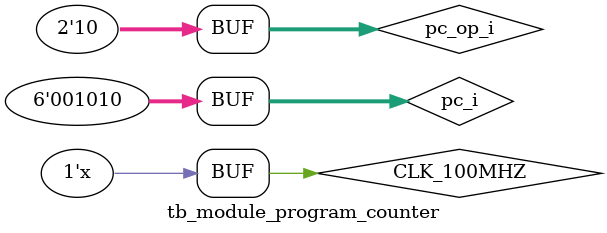
<source format=sv>
`timescale 1ns / 1ps


module tb_module_program_counter;

    parameter W = 6;
    
    logic [W-1:0] pc_i;
    logic [1:0]   pc_op_i;
    logic [W-1:0] pc_o;
    logic [W-1:0] pcinc_o;
    logic         CLK_100MHZ;
    logic         reset;
    logic [1:0]   flag_ver;
    
    //clk 100 Mhz
    initial begin
        CLK_100MHZ = 0; 
    end
    always begin
        #5 CLK_100MHZ = ~CLK_100MHZ;
    end
    //
    top_module_program_counter #(.W(W))DUT(
    .clk              (CLK_100MHZ),
    .pc_i             (pc_i),
    .pc_op_i          (pc_op_i),
    .pc_o             (pc_o),
    .pcinc_o          (pcinc_o),
    .flag_ver         (flag_ver)
    );
   
    initial begin
        #2500;
		pc_i    = 0;
		pc_op_i = 2;
		#40000;
		pc_i    = 4'b1010;
		pc_op_i = 3;
		#15000;
		pc_op_i = 2;
    end
       
    
endmodule

</source>
